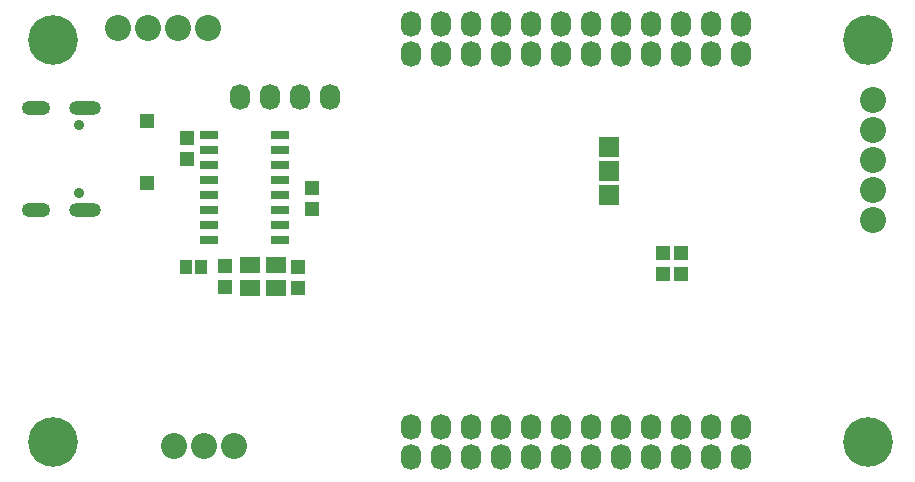
<source format=gbs>
G04 Layer_Color=16711935*
%FSLAX44Y44*%
%MOMM*%
G71*
G01*
G75*
%ADD56R,0.9900X1.2400*%
%ADD60R,1.2032X1.2032*%
%ADD61R,1.2032X1.2032*%
%ADD63R,1.7032X1.4032*%
%ADD72O,0.5032X0.4032*%
%ADD75O,2.4032X1.2032*%
%ADD76O,2.7032X1.2032*%
%ADD77C,0.9032*%
%ADD78O,1.7032X2.2032*%
%ADD79C,2.2032*%
%ADD80C,4.2032*%
%ADD81R,1.6032X0.8032*%
%ADD82R,1.7032X1.7032*%
%ADD83R,1.7032X1.7032*%
D56*
X155180Y-222030D02*
D03*
X142226D02*
D03*
D60*
X109250Y-151130D02*
D03*
Y-99060D02*
D03*
D61*
X248920Y-172940D02*
D03*
Y-154970D02*
D03*
X175260Y-238980D02*
D03*
Y-221010D02*
D03*
X237490Y-222030D02*
D03*
Y-240000D02*
D03*
X143510Y-131030D02*
D03*
Y-113060D02*
D03*
X561340Y-210600D02*
D03*
Y-228570D02*
D03*
X546100Y-210600D02*
D03*
Y-228570D02*
D03*
D63*
X218948Y-220472D02*
D03*
Y-239776D02*
D03*
X196342D02*
D03*
Y-220472D02*
D03*
D72*
X155194Y-218084D02*
D03*
Y-225552D02*
D03*
X142240Y-218084D02*
D03*
Y-225552D02*
D03*
D75*
X15350Y-173990D02*
D03*
Y-87590D02*
D03*
D76*
X57150Y-173990D02*
D03*
Y-87590D02*
D03*
D77*
X52150Y-159690D02*
D03*
Y-101890D02*
D03*
D78*
X187960Y-78740D02*
D03*
X213360D02*
D03*
X238760D02*
D03*
X264160D02*
D03*
X586740Y-16510D02*
D03*
X561340D02*
D03*
X612140D02*
D03*
X535940D02*
D03*
X459740D02*
D03*
X485140D02*
D03*
X510540D02*
D03*
X408940D02*
D03*
X383540D02*
D03*
X358140D02*
D03*
X434340D02*
D03*
X332740D02*
D03*
X434340Y-41910D02*
D03*
X332740D02*
D03*
X358140D02*
D03*
X383540D02*
D03*
X408940D02*
D03*
X510540D02*
D03*
X485140D02*
D03*
X459740D02*
D03*
X535940D02*
D03*
X612140D02*
D03*
X561340D02*
D03*
X586740D02*
D03*
Y-358140D02*
D03*
X561340D02*
D03*
X612140D02*
D03*
X535940D02*
D03*
X459740D02*
D03*
X485140D02*
D03*
X510540D02*
D03*
X408940D02*
D03*
X383540D02*
D03*
X358140D02*
D03*
X434340D02*
D03*
X332740D02*
D03*
X434340Y-383540D02*
D03*
X332740D02*
D03*
X358140D02*
D03*
X383540D02*
D03*
X408940D02*
D03*
X510540D02*
D03*
X485140D02*
D03*
X459740D02*
D03*
X535940D02*
D03*
X612140D02*
D03*
X561340D02*
D03*
X586740D02*
D03*
D79*
X132334Y-374142D02*
D03*
X157734D02*
D03*
X183134D02*
D03*
X723900Y-106680D02*
D03*
Y-132080D02*
D03*
Y-157480D02*
D03*
Y-182880D02*
D03*
Y-81280D02*
D03*
X161290Y-20320D02*
D03*
X135890D02*
D03*
X110490D02*
D03*
X85090D02*
D03*
D80*
X30000Y-30000D02*
D03*
Y-370000D02*
D03*
X720000D02*
D03*
Y-30000D02*
D03*
D81*
X162250Y-199390D02*
D03*
Y-186690D02*
D03*
Y-173990D02*
D03*
Y-161290D02*
D03*
Y-148590D02*
D03*
Y-135890D02*
D03*
Y-123190D02*
D03*
Y-110490D02*
D03*
X222250Y-199390D02*
D03*
Y-186690D02*
D03*
Y-173990D02*
D03*
Y-161290D02*
D03*
Y-148590D02*
D03*
Y-135890D02*
D03*
Y-123190D02*
D03*
Y-110490D02*
D03*
D82*
X500380Y-161290D02*
D03*
D83*
Y-140970D02*
D03*
Y-120650D02*
D03*
M02*

</source>
